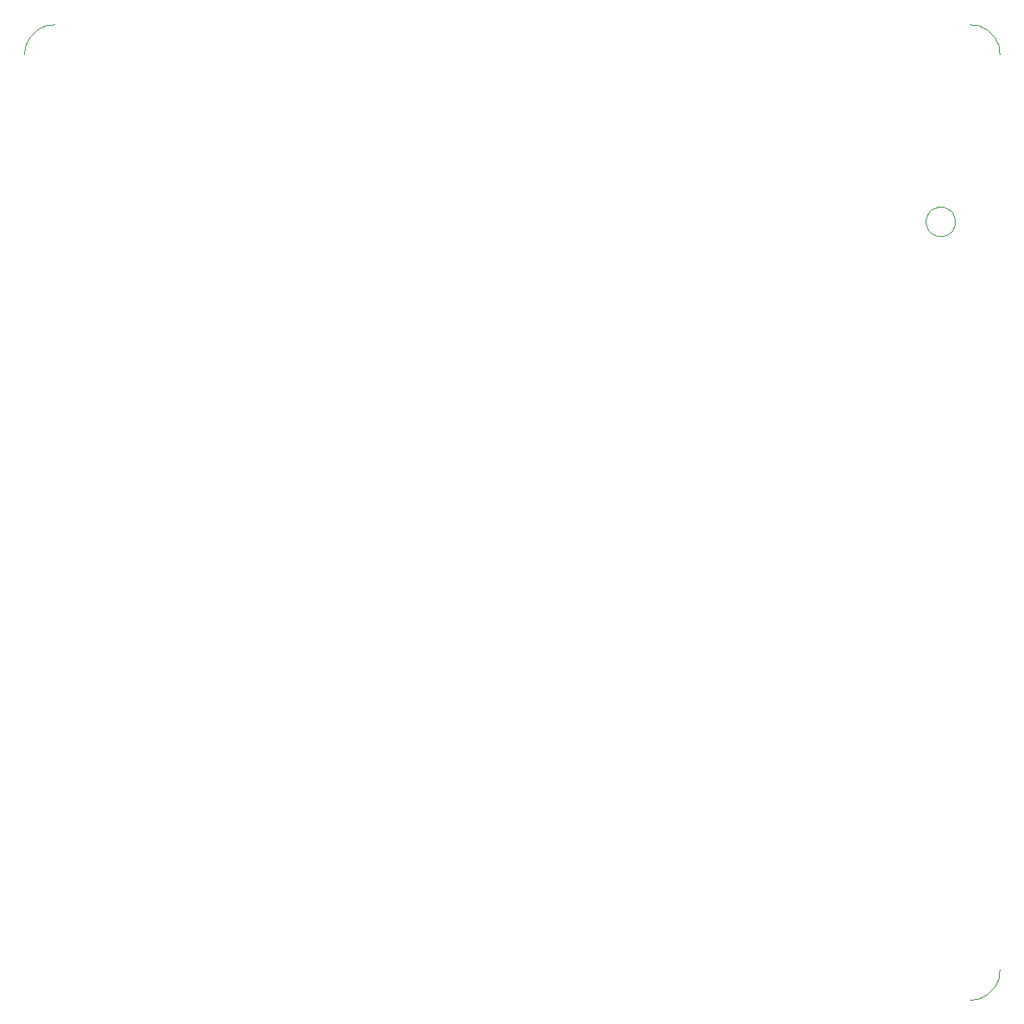
<source format=gm1>
G04*
G04 #@! TF.GenerationSoftware,Altium Limited,Altium Designer,21.2.1 (34)*
G04*
G04 Layer_Color=16711935*
%FSLAX25Y25*%
%MOIN*%
G70*
G04*
G04 #@! TF.SameCoordinates,CAF5E883-0079-4658-97C8-B00E4F8C62D9*
G04*
G04*
G04 #@! TF.FilePolarity,Positive*
G04*
G01*
G75*
%ADD42C,0.00050*%
D42*
X-328139Y294714D02*
X-329114Y294674D01*
X-330083Y294553D01*
X-331038Y294353D01*
X-331974Y294074D01*
X-332883Y293719D01*
X-333760Y293291D01*
X-334599Y292791D01*
X-335393Y292224D01*
X-336138Y291593D01*
X-336829Y290902D01*
X-337459Y290158D01*
X-338027Y289363D01*
X-338527Y288525D01*
X-338955Y287648D01*
X-339310Y286738D01*
X-339589Y285803D01*
X-339789Y284847D01*
X-339910Y283878D01*
X-339950Y282903D01*
X32097Y215974D02*
X32012Y216972D01*
X31760Y217941D01*
X31347Y218854D01*
X30786Y219684D01*
X30093Y220407D01*
X29288Y221003D01*
X28394Y221454D01*
X27436Y221747D01*
X26442Y221874D01*
X25442Y221832D01*
X24463Y221621D01*
X23533Y221247D01*
X22680Y220722D01*
X21928Y220060D01*
X21299Y219281D01*
X20810Y218406D01*
X20477Y217462D01*
X20308Y216475D01*
Y215473D01*
X20477Y214486D01*
X20810Y213541D01*
X21299Y212667D01*
X21928Y211888D01*
X22680Y211226D01*
X23533Y210701D01*
X24463Y210327D01*
X25442Y210116D01*
X26442Y210074D01*
X27436Y210201D01*
X28394Y210494D01*
X29288Y210945D01*
X30093Y211541D01*
X30786Y212264D01*
X31347Y213094D01*
X31760Y214007D01*
X32012Y214976D01*
X32097Y215974D01*
X38003Y-95050D02*
X38978Y-95009D01*
X39947Y-94889D01*
X40902Y-94688D01*
X41838Y-94410D01*
X42747Y-94055D01*
X43624Y-93626D01*
X44463Y-93126D01*
X45257Y-92559D01*
X46002Y-91928D01*
X46692Y-91238D01*
X47323Y-90493D01*
X47891Y-89699D01*
X48390Y-88860D01*
X48819Y-87983D01*
X49174Y-87074D01*
X49452Y-86138D01*
X49653Y-85183D01*
X49773Y-84214D01*
X49814Y-83239D01*
Y282903D02*
X49773Y283878D01*
X49653Y284847D01*
X49452Y285803D01*
X49174Y286738D01*
X48819Y287648D01*
X48390Y288525D01*
X47891Y289363D01*
X47323Y290158D01*
X46692Y290902D01*
X46002Y291593D01*
X45257Y292224D01*
X44463Y292791D01*
X43624Y293291D01*
X42747Y293719D01*
X41838Y294074D01*
X40902Y294353D01*
X39947Y294553D01*
X38978Y294674D01*
X38003Y294714D01*
M02*

</source>
